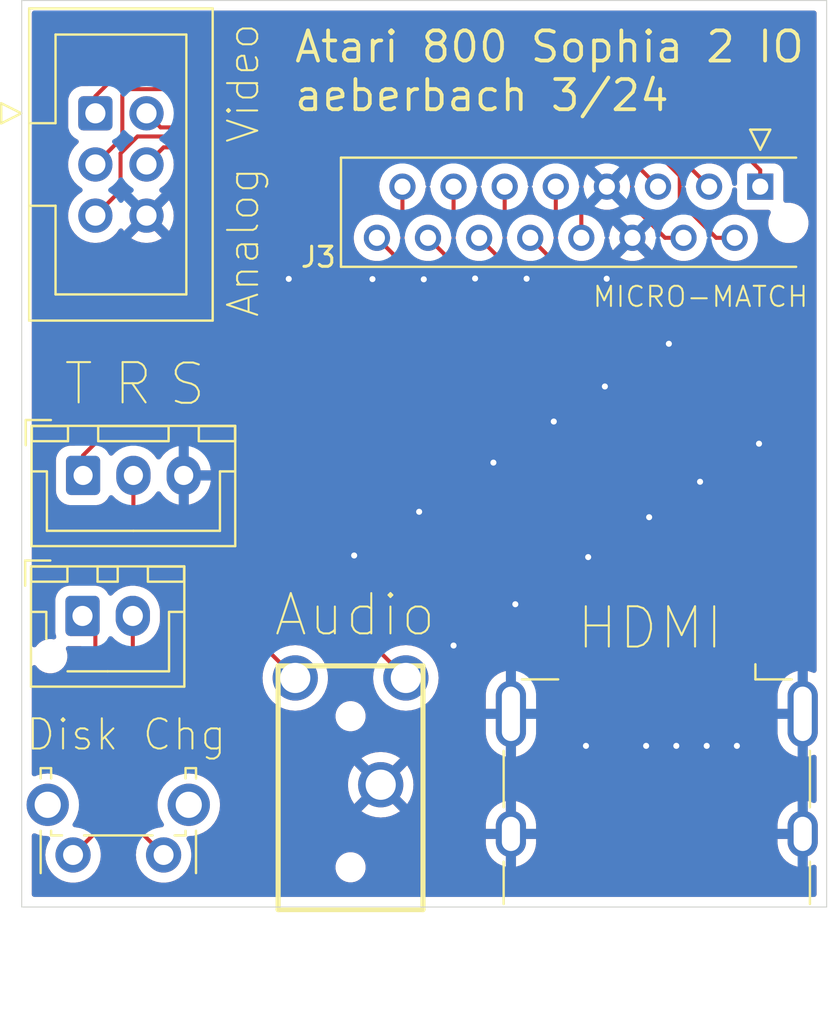
<source format=kicad_pcb>
(kicad_pcb (version 20240108) (generator "pcbnew") (generator_version "8.0")
  (layers (0 "F.Cu" signal) (31 "B.Cu" signal) (34 "B.Paste" user) (35 "F.Paste" user) (36 "B.SilkS" user "B.Silkscreen") (37 "F.SilkS" user "F.Silkscreen") (38 "B.Mask" user) (39 "F.Mask" user) (44 "Edge.Cuts" user))
  (net 0 "")
  (net 1 "Net-(J1-Pin_2)")
  (net 2 "Net-(J1-Pin_1)")
  (net 3 "/L_CHAN")
  (net 4 "/R_CHAN")
  (net 5 "GND")
  (net 6 "/A_RED")
  (net 7 "/HSYNC")
  (net 8 "/CLK-")
  (net 9 "/A_GRN")
  (net 10 "/CLK+")
  (net 11 "/D2-")
  (net 12 "/D1+")
  (net 13 "/D2+")
  (net 14 "/D0+")
  (net 15 "/5V")
  (net 16 "/A_BLU")
  (net 17 "/D0-")
  (net 18 "/D1-")
  (net 19 "/A_VSYNC")
  (footprint "Button_Switch_THT:SW_Tactile_SPST_Angled_PTS645Vx83-2LFS" (layer "F.Cu") (at 134.050619 97.416126 180)
    (property "Reference" "SW1" (hide yes))
    (property "Value" "SW_SPST" (hide yes))
    (fp_line (start 6.11 3.8) (end 6.11 4.31) (stroke (width 0.12)) (layer "F.SilkS"))
    (fp_line (start 6.11 -0.9) (end 6.11 1.2) (stroke (width 0.12)) (layer "F.SilkS"))
    (fp_line (start 5.59 4.31) (end 6.11 4.31) (stroke (width 0.12)) (layer "F.SilkS"))
    (fp_line (start 5.59 3.8) (end 5.59 4.31) (stroke (width 0.12)) (layer "F.SilkS"))
    (fp_line (start 5.59 0.97) (end 5.59 1.2) (stroke (width 0.12)) (layer "F.SilkS"))
    (fp_line (start 5.05 0.97) (end 5.59 0.97) (stroke (width 0.12)) (layer "F.SilkS"))
    (fp_line (start 0.55 0.97) (end 3.95 0.97) (stroke (width 0.12)) (layer "F.SilkS"))
    (fp_line (start -1.09 3.8) (end -1.09 4.31) (stroke (width 0.12)) (layer "F.SilkS"))
    (fp_line (start -1.09 0.97) (end -0.55 0.97) (stroke (width 0.12)) (layer "F.SilkS"))
    (fp_line (start -1.09 0.97) (end -1.09 1.2) (stroke (width 0.12)) (layer "F.SilkS"))
    (fp_line (start -1.61 4.31) (end -1.09 4.31) (stroke (width 0.12)) (layer "F.SilkS"))
    (fp_line (start -1.61 3.8) (end -1.61 4.31) (stroke (width 0.12)) (layer "F.SilkS"))
    (fp_line (start -1.61 -0.9) (end -1.61 1.2) (stroke (width 0.12)) (layer "F.SilkS"))
    (pad "" thru_hole circle (at -1.25 2.49 180) (size 2.1 2.1) (drill 1.3) (layers "*.Cu" "*.Mask"))
    (pad "" thru_hole circle (at 5.76 2.49 180) (size 2.1 2.1) (drill 1.3) (layers "*.Cu" "*.Mask"))
    (pad "1" thru_hole circle (at 0 0 180) (size 1.75 1.75) (drill 0.99) (layers "*.Cu" "*.Mask") (net 1 "Net-(J1-Pin_2)"))
    (pad "2" thru_hole circle (at 4.5 0 180) (size 1.75 1.75) (drill 0.99) (layers "*.Cu" "*.Mask") (net 2 "Net-(J1-Pin_1)"))
  )
  (footprint "Connector_HDMI:HDMI_A_Molex_208658-1001_Horizontal" (layer "F.Cu") (at 158.56 92.935 -90)
    (property "Reference" "J5" (hide yes))
    (property "Value" "HDMI_A" (hide yes))
    (fp_line (start -0.685 7.61) (end 2.115 7.61) (stroke (width 0.12)) (layer "F.SilkS"))
    (fp_line (start 4.815 7.61) (end 6.915 7.61) (stroke (width 0.12)) (layer "F.SilkS"))
    (fp_line (start -4.235 6.7) (end -4.235 4.9) (stroke (width 0.12)) (layer "F.SilkS"))
    (fp_line (start -4.985 -4.9) (end -4.235 -4.9) (stroke (width 0.12)) (layer "F.SilkS"))
    (fp_line (start -4.235 -4.9) (end -4.235 -6.7) (stroke (width 0.12)) (layer "F.SilkS"))
    (fp_line (start -0.685 -7.61) (end 2.115 -7.61) (stroke (width 0.12)) (layer "F.SilkS"))
    (fp_line (start 4.815 -7.61) (end 6.915 -7.61) (stroke (width 0.12)) (layer "F.SilkS"))
    (pad "1" smd rect (at -3.285 -4.5 270) (size 2.6 0.3) (layers "F.Cu" "F.Paste" "F.Mask") (net 13 "/D2+"))
    (pad "2" smd rect (at -3.285 -4 270) (size 2.6 0.3) (layers "F.Cu" "F.Paste" "F.Mask") (net 5 "GND"))
    (pad "3" smd rect (at -3.285 -3.5 270) (size 2.6 0.3) (layers "F.Cu" "F.Paste" "F.Mask") (net 11 "/D2-"))
    (pad "4" smd rect (at -3.285 -3 270) (size 2.6 0.3) (layers "F.Cu" "F.Paste" "F.Mask") (net 12 "/D1+"))
    (pad "5" smd rect (at -3.285 -2.5 270) (size 2.6 0.3) (layers "F.Cu" "F.Paste" "F.Mask") (net 5 "GND"))
    (pad "6" smd rect (at -3.285 -2 270) (size 2.6 0.3) (layers "F.Cu" "F.Paste" "F.Mask") (net 18 "/D1-"))
    (pad "7" smd rect (at -3.285 -1.5 270) (size 2.6 0.3) (layers "F.Cu" "F.Paste" "F.Mask") (net 14 "/D0+"))
    (pad "8" smd rect (at -3.285 -1 270) (size 2.6 0.3) (layers "F.Cu" "F.Paste" "F.Mask") (net 5 "GND"))
    (pad "9" smd rect (at -3.285 -0.5 270) (size 2.6 0.3) (layers "F.Cu" "F.Paste" "F.Mask") (net 17 "/D0-"))
    (pad "10" smd rect (at -3.285 0 270) (size 2.6 0.3) (layers "F.Cu" "F.Paste" "F.Mask") (net 10 "/CLK+"))
    (pad "11" smd rect (at -3.285 0.5 270) (size 2.6 0.3) (layers "F.Cu" "F.Paste" "F.Mask") (net 5 "GND"))
    (pad "12" smd rect (at -3.285 1 270) (size 2.6 0.3) (layers "F.Cu" "F.Paste" "F.Mask") (net 8 "/CLK-"))
    (pad "13" smd rect (at -3.285 1.5 270) (size 2.6 0.3) (layers "F.Cu" "F.Paste" "F.Mask"))
    (pad "14" smd rect (at -3.285 2 270) (size 2.6 0.3) (layers "F.Cu" "F.Paste" "F.Mask") (net 5 "GND"))
    (pad "15" smd rect (at -3.285 2.5 270) (size 2.6 0.3) (layers "F.Cu" "F.Paste" "F.Mask"))
    (pad "16" smd rect (at -3.285 3 270) (size 2.6 0.3) (layers "F.Cu" "F.Paste" "F.Mask") (net 5 "GND"))
    (pad "17" smd rect (at -3.285 3.5 270) (size 2.6 0.3) (layers "F.Cu" "F.Paste" "F.Mask") (net 5 "GND"))
    (pad "18" smd rect (at -3.285 4 270) (size 2.6 0.3) (layers "F.Cu" "F.Paste" "F.Mask") (net 15 "/5V"))
    (pad "19" smd rect (at -3.285 4.5 270) (size 2.6 0.3) (layers "F.Cu" "F.Paste" "F.Mask") (net 5 "GND"))
    (pad "SH" thru_hole oval (at -2.525 -7.25 270) (size 3.3 1.5) (drill oval 2.7 0.9) (layers "*.Cu" "*.Mask") (net 5 "GND"))
    (pad "SH" thru_hole oval (at -2.525 7.25 270) (size 3.3 1.5) (drill oval 2.7 0.9) (layers "*.Cu" "*.Mask") (net 5 "GND"))
    (pad "SH" thru_hole oval (at 3.435 -7.25 270) (size 2.3 1.5) (drill oval 1.7 0.9) (layers "*.Cu" "*.Mask") (net 5 "GND"))
    (pad "SH" thru_hole oval (at 3.435 7.25 270) (size 2.3 1.5) (drill oval 1.7 0.9) (layers "*.Cu" "*.Mask") (net 5 "GND"))
  )
  (footprint "Connector_JST:JST_XH_B3B-XH-A_1x03_P2.50mm_Vertical" (layer "F.Cu") (at 130.05 78.575)
    (property "Reference" "J2" (hide yes))
    (property "Value" "Conn_01x03_Pin" (hide yes))
    (fp_line (start -2.85 -2.75) (end -2.85 -1.5) (stroke (width 0.12)) (layer "F.SilkS"))
    (fp_line (start -2.56 -2.46) (end -2.56 3.51) (stroke (width 0.12)) (layer "F.SilkS"))
    (fp_line (start -2.56 3.51) (end 7.56 3.51) (stroke (width 0.12)) (layer "F.SilkS"))
    (fp_line (start -2.55 -2.45) (end -2.55 -1.7) (stroke (width 0.12)) (layer "F.SilkS"))
    (fp_line (start -2.55 -1.7) (end -0.75 -1.7) (stroke (width 0.12)) (layer "F.SilkS"))
    (fp_line (start -2.55 -0.2) (end -1.8 -0.2) (stroke (width 0.12)) (layer "F.SilkS"))
    (fp_line (start -1.8 -0.2) (end -1.8 2.75) (stroke (width 0.12)) (layer "F.SilkS"))
    (fp_line (start -1.8 2.75) (end 2.5 2.75) (stroke (width 0.12)) (layer "F.SilkS"))
    (fp_line (start -1.6 -2.75) (end -2.85 -2.75) (stroke (width 0.12)) (layer "F.SilkS"))
    (fp_line (start -0.75 -2.45) (end -2.55 -2.45) (stroke (width 0.12)) (layer "F.SilkS"))
    (fp_line (start -0.75 -1.7) (end -0.75 -2.45) (stroke (width 0.12)) (layer "F.SilkS"))
    (fp_line (start 0.75 -2.45) (end 0.75 -1.7) (stroke (width 0.12)) (layer "F.SilkS"))
    (fp_line (start 0.75 -1.7) (end 4.25 -1.7) (stroke (width 0.12)) (layer "F.SilkS"))
    (fp_line (start 4.25 -2.45) (end 0.75 -2.45) (stroke (width 0.12)) (layer "F.SilkS"))
    (fp_line (start 4.25 -1.7) (end 4.25 -2.45) (stroke (width 0.12)) (layer "F.SilkS"))
    (fp_line (start 5.75 -2.45) (end 5.75 -1.7) (stroke (width 0.12)) (layer "F.SilkS"))
    (fp_line (start 5.75 -1.7) (end 7.55 -1.7) (stroke (width 0.12)) (layer "F.SilkS"))
    (fp_line (start 6.8 -0.2) (end 6.8 2.75) (stroke (width 0.12)) (layer "F.SilkS"))
    (fp_line (start 6.8 2.75) (end 2.5 2.75) (stroke (width 0.12)) (layer "F.SilkS"))
    (fp_line (start 7.55 -2.45) (end 5.75 -2.45) (stroke (width 0.12)) (layer "F.SilkS"))
    (fp_line (start 7.55 -1.7) (end 7.55 -2.45) (stroke (width 0.12)) (layer "F.SilkS"))
    (fp_line (start 7.55 -0.2) (end 6.8 -0.2) (stroke (width 0.12)) (layer "F.SilkS"))
    (fp_line (start 7.56 -2.46) (end -2.56 -2.46) (stroke (width 0.12)) (layer "F.SilkS"))
    (fp_line (start 7.56 3.51) (end 7.56 -2.46) (stroke (width 0.12)) (layer "F.SilkS"))
    (pad "1" thru_hole roundrect (at 0 0) (size 1.7 1.95) (drill 0.95) (layers "*.Cu" "*.Mask") (roundrect_rratio 0.1470588235) (net 3 "/L_CHAN"))
    (pad "2" thru_hole oval (at 2.5 0) (size 1.7 1.95) (drill 0.95) (layers "*.Cu" "*.Mask") (net 4 "/R_CHAN"))
    (pad "3" thru_hole oval (at 5 0) (size 1.7 1.95) (drill 0.95) (layers "*.Cu" "*.Mask") (net 5 "GND"))
  )
  (footprint "Connector_TE-Connectivity:TE_Micro-MaTch_1-215079-6_2x08_P1.27mm_Vertical" (layer "F.Cu") (at 163.7 64.24 -90)
    (property "Reference" "J3" (at 3.5 21.96 180) (layer "F.SilkS"))
    (property "Value" "Conn_01x16_Pin" (hide yes))
    (fp_line (start -1.44 20.835) (end 3.98 20.835) (stroke (width 0.12)) (layer "F.SilkS"))
    (fp_line (start 3.98 20.835) (end 3.98 -1.785) (stroke (width 0.12)) (layer "F.SilkS"))
    (fp_line (start -2.83 0.5) (end -2.83 -0.5) (stroke (width 0.12)) (layer "F.SilkS"))
    (fp_line (start -1.83 0) (end -2.83 0.5) (stroke (width 0.12)) (layer "F.SilkS"))
    (fp_line (start -2.83 -0.5) (end -1.83 0) (stroke (width 0.12)) (layer "F.SilkS"))
    (fp_line (start -1.44 -1.785) (end -1.44 20.835) (stroke (width 0.12)) (layer "F.SilkS"))
    (pad "" np_thru_hole circle (at 1.8 -1.4 270) (size 1.5 1.5) (drill 1.5) (layers "*.Cu" "*.Mask"))
    (pad "1" thru_hole rect (at 0 0 270) (size 1.3 1.3) (drill 0.8) (layers "*.Cu" "*.Mask") (net 16 "/A_BLU"))
    (pad "2" thru_hole circle (at 2.54 1.27 270) (size 1.3 1.3) (drill 0.8) (layers "*.Cu" "*.Mask") (net 19 "/A_VSYNC"))
    (pad "3" thru_hole circle (at 0 2.54 270) (size 1.3 1.3) (drill 0.8) (layers "*.Cu" "*.Mask") (net 9 "/A_GRN"))
    (pad "4" thru_hole circle (at 2.54 3.81 270) (size 1.3 1.3) (drill 0.8) (layers "*.Cu" "*.Mask") (net 7 "/HSYNC"))
    (pad "5" thru_hole circle (at 0 5.08 270) (size 1.3 1.3) (drill 0.8) (layers "*.Cu" "*.Mask") (net 6 "/A_RED"))
    (pad "6" thru_hole circle (at 2.54 6.35 270) (size 1.3 1.3) (drill 0.8) (layers "*.Cu" "*.Mask") (net 5 "GND"))
    (pad "7" thru_hole circle (at 0 7.62 270) (size 1.3 1.3) (drill 0.8) (layers "*.Cu" "*.Mask") (net 5 "GND"))
    (pad "8" thru_hole circle (at 2.54 8.89 270) (size 1.3 1.3) (drill 0.8) (layers "*.Cu" "*.Mask") (net 15 "/5V"))
    (pad "9" thru_hole circle (at 0 10.16 270) (size 1.3 1.3) (drill 0.8) (layers "*.Cu" "*.Mask") (net 13 "/D2+"))
    (pad "10" thru_hole circle (at 2.54 11.43 270) (size 1.3 1.3) (drill 0.8) (layers "*.Cu" "*.Mask") (net 11 "/D2-"))
    (pad "11" thru_hole circle (at 0 12.7 270) (size 1.3 1.3) (drill 0.8) (layers "*.Cu" "*.Mask") (net 12 "/D1+"))
    (pad "12" thru_hole circle (at 2.54 13.97 270) (size 1.3 1.3) (drill 0.8) (layers "*.Cu" "*.Mask") (net 18 "/D1-"))
    (pad "13" thru_hole circle (at 0 15.24 270) (size 1.3 1.3) (drill 0.8) (layers "*.Cu" "*.Mask") (net 14 "/D0+"))
    (pad "14" thru_hole circle (at 2.54 16.51 270) (size 1.3 1.3) (drill 0.8) (layers "*.Cu" "*.Mask") (net 17 "/D0-"))
    (pad "15" thru_hole circle (at 0 17.78 270) (size 1.3 1.3) (drill 0.8) (layers "*.Cu" "*.Mask") (net 10 "/CLK+"))
    (pad "16" thru_hole circle (at 2.54 19.05 270) (size 1.3 1.3) (drill 0.8) (layers "*.Cu" "*.Mask") (net 8 "/CLK-"))
  )
  (footprint "Connector_IDC:IDC-Header_2x03_P2.54mm_Vertical" (layer "F.Cu") (at 130.66 60.6)
    (property "Reference" "J6" (hide yes))
    (property "Value" "Conn_02x03_Top_Bottom" (hide yes))
    (fp_line (start -4.68 -0.5) (end -4.68 0.5) (stroke (width 0.12)) (layer "F.SilkS"))
    (fp_line (start -4.68 0.5) (end -3.68 0) (stroke (width 0.12)) (layer "F.SilkS"))
    (fp_line (start -3.68 0) (end -4.68 -0.5) (stroke (width 0.12)) (layer "F.SilkS"))
    (fp_line (start -3.29 -5.21) (end 5.83 -5.21) (stroke (width 0.12)) (layer "F.SilkS"))
    (fp_line (start -3.29 0.49) (end -1.98 0.49) (stroke (width 0.12)) (layer "F.SilkS"))
    (fp_line (start -3.29 10.29) (end -3.29 -5.21) (stroke (width 0.12)) (layer "F.SilkS"))
    (fp_line (start -1.98 -3.91) (end 4.52 -3.91) (stroke (width 0.12)) (layer "F.SilkS"))
    (fp_line (start -1.98 0.49) (end -1.98 -3.91) (stroke (width 0.12)) (layer "F.SilkS"))
    (fp_line (start -1.98 4.59) (end -3.29 4.59) (stroke (width 0.12)) (layer "F.SilkS"))
    (fp_line (start -1.98 4.59) (end -1.98 4.59) (stroke (width 0.12)) (layer "F.SilkS"))
    (fp_line (start -1.98 8.99) (end -1.98 4.59) (stroke (width 0.12)) (layer "F.SilkS"))
    (fp_line (start 4.52 -3.91) (end 4.52 8.99) (stroke (width 0.12)) (layer "F.SilkS"))
    (fp_line (start 4.52 8.99) (end -1.98 8.99) (stroke (width 0.12)) (layer "F.SilkS"))
    (fp_line (start 5.83 -5.21) (end 5.83 10.29) (stroke (width 0.12)) (layer "F.SilkS"))
    (fp_line (start 5.83 10.29) (end -3.29 10.29) (stroke (width 0.12)) (layer "F.SilkS"))
    (pad "1" thru_hole roundrect (at 0 0) (size 1.7 1.7) (drill 1) (layers "*.Cu" "*.Mask") (roundrect_rratio 0.1470588235) (net 16 "/A_BLU"))
    (pad "2" thru_hole circle (at 2.54 0) (size 1.7 1.7) (drill 1) (layers "*.Cu" "*.Mask") (net 19 "/A_VSYNC"))
    (pad "3" thru_hole circle (at 0 2.54) (size 1.7 1.7) (drill 1) (layers "*.Cu" "*.Mask") (net 9 "/A_GRN"))
    (pad "4" thru_hole circle (at 2.54 2.54) (size 1.7 1.7) (drill 1) (layers "*.Cu" "*.Mask") (net 7 "/HSYNC"))
    (pad "5" thru_hole circle (at 0 5.08) (size 1.7 1.7) (drill 1) (layers "*.Cu" "*.Mask") (net 6 "/A_RED"))
    (pad "6" thru_hole circle (at 2.54 5.08) (size 1.7 1.7) (drill 1) (layers "*.Cu" "*.Mask") (net 5 "GND"))
  )
  (footprint "Connector_JST:JST_XH_B2B-XH-AM_1x02_P2.50mm_Vertical" (layer "F.Cu") (at 130.02 85.55)
    (property "Reference" "J1" (hide yes))
    (property "Value" "Conn_01x02_Pin" (hide yes))
    (fp_line (start -2.85 -2.75) (end -2.85 -1.5) (stroke (width 0.12)) (layer "F.SilkS"))
    (fp_line (start -2.56 -2.46) (end -2.56 3.51) (stroke (width 0.12)) (layer "F.SilkS"))
    (fp_line (start -2.56 3.51) (end 5.06 3.51) (stroke (width 0.12)) (layer "F.SilkS"))
    (fp_line (start -2.55 -2.45) (end -2.55 -1.7) (stroke (width 0.12)) (layer "F.SilkS"))
    (fp_line (start -2.55 -1.7) (end -0.75 -1.7) (stroke (width 0.12)) (layer "F.SilkS"))
    (fp_line (start -2.55 -0.2) (end -1.8 -0.2) (stroke (width 0.12)) (layer "F.SilkS"))
    (fp_line (start -1.8 -0.2) (end -1.8 1.14) (stroke (width 0.12)) (layer "F.SilkS"))
    (fp_line (start -1.6 -2.75) (end -2.85 -2.75) (stroke (width 0.12)) (layer "F.SilkS"))
    (fp_line (start -0.75 -2.45) (end -2.55 -2.45) (stroke (width 0.12)) (layer "F.SilkS"))
    (fp_line (start -0.75 -1.7) (end -0.75 -2.45) (stroke (width 0.12)) (layer "F.SilkS"))
    (fp_line (start 0.75 -2.45) (end 0.75 -1.7) (stroke (width 0.12)) (layer "F.SilkS"))
    (fp_line (start 0.75 -1.7) (end 1.75 -1.7) (stroke (width 0.12)) (layer "F.SilkS"))
    (fp_line (start 1.25 2.75) (end -0.74 2.75) (stroke (width 0.12)) (layer "F.SilkS"))
    (fp_line (start 1.75 -2.45) (end 0.75 -2.45) (stroke (width 0.12)) (layer "F.SilkS"))
    (fp_line (start 1.75 -1.7) (end 1.75 -2.45) (stroke (width 0.12)) (layer "F.SilkS"))
    (fp_line (start 3.25 -2.45) (end 3.25 -1.7) (stroke (width 0.12)) (layer "F.SilkS"))
    (fp_line (start 3.25 -1.7) (end 5.05 -1.7) (stroke (width 0.12)) (layer "F.SilkS"))
    (fp_line (start 4.3 -0.2) (end 4.3 2.75) (stroke (width 0.12)) (layer "F.SilkS"))
    (fp_line (start 4.3 2.75) (end 1.25 2.75) (stroke (width 0.12)) (layer "F.SilkS"))
    (fp_line (start 5.05 -2.45) (end 3.25 -2.45) (stroke (width 0.12)) (layer "F.SilkS"))
    (fp_line (start 5.05 -1.7) (end 5.05 -2.45) (stroke (width 0.12)) (layer "F.SilkS"))
    (fp_line (start 5.05 -0.2) (end 4.3 -0.2) (stroke (width 0.12)) (layer "F.SilkS"))
    (fp_line (start 5.06 -2.46) (end -2.56 -2.46) (stroke (width 0.12)) (layer "F.SilkS"))
    (fp_line (start 5.06 3.51) (end 5.06 -2.46) (stroke (width 0.12)) (layer "F.SilkS"))
    (pad "" np_thru_hole circle (at -1.6 2) (size 1.2 1.2) (drill 1.2) (layers "*.Cu" "*.Mask"))
    (pad "1" thru_hole roundrect (at 0 0) (size 1.7 2) (drill 1) (layers "*.Cu" "*.Mask") (roundrect_rratio 0.1470588235) (net 2 "Net-(J1-Pin_1)"))
    (pad "2" thru_hole oval (at 2.5 0) (size 1.7 2) (drill 1) (layers "*.Cu" "*.Mask") (net 1 "Net-(J1-Pin_2)"))
  )
  (footprint "xess:xess-KYCON-STX-3000" (layer "F.Cu") (at 143.3414 102.02752 90)
    (property "Reference" "J4" (hide yes))
    (property "Value" "AudioJack3" (hide yes))
    (fp_line (start 13.99794 -3.59918) (end 1.89992 -3.59918) (stroke (width 0.254)) (layer "F.SilkS"))
    (fp_line (start 1.89992 -3.59918) (end 1.89992 3.59918) (stroke (width 0.254)) (layer "F.SilkS"))
    (fp_line (start 1.89992 2.99974) (end 1.89992 -2.99974) (stroke (width 0.127)) (layer "F.SilkS"))
    (fp_line (start 13.99794 3.59918) (end 13.99794 -3.59918) (stroke (width 0.254)) (layer "F.SilkS"))
    (fp_line (start 1.89992 3.59918) (end 13.99794 3.59918) (stroke (width 0.254)) (layer "F.SilkS"))
    (pad "" np_thru_hole circle (at 4 0 90) (size 1 1) (drill 1) (layers "F&B.Cu" "*.Mask"))
    (pad "" np_thru_hole circle (at 11.5 0 90) (size 1 1) (drill 1) (layers "F&B.Cu" "*.Mask"))
    (pad "R" thru_hole circle (at 13.3985 -2.74828 90) (size 2.2479 2.2479) (drill 1.4986) (layers "*.Cu" "*.Mask") (net 4 "/R_CHAN"))
    (pad "S" thru_hole circle (at 8.09752 1.4986 90) (size 2.2479 2.2479) (drill 1.4986) (layers "*.Cu" "*.Mask") (net 5 "GND"))
    (pad "T" thru_hole circle (at 13.3985 2.74828 90) (size 2.2479 2.2479) (drill 1.4986) (layers "*.Cu" "*.Mask") (net 3 "/L_CHAN"))
  )
  (gr_line (start 167 55) (end 127 55) (stroke (width 0.05)) (layer "Edge.Cuts"))
  (gr_line (start 127 100) (end 167 100) (stroke (width 0.05)) (layer "Edge.Cuts"))
  (gr_line (start 127 55) (end 127 100) (stroke (width 0.05)) (layer "Edge.Cuts"))
  (gr_line (start 167 100) (end 167 55) (stroke (width 0.05)) (layer "Edge.Cuts"))
  (gr_text "Disk Chg" (at 127.13 92.32 0) (layer "F.SilkS") (effects (font (size 1.5 1.5) (thickness 0.1)) (justify left bottom)))
  (gr_text "S" (at 134.21 75.22 0) (layer "F.SilkS") (effects (font (size 2 2) (thickness 0.1)) (justify left bottom)))
  (gr_text "Audio" (at 139.447881 86.666879 0) (layer "F.SilkS") (effects (font (size 2 2) (thickness 0.1)) (justify left bottom)))
  (gr_text "Analog Video" (at 138.89 70.81 90) (layer "F.SilkS") (effects (font (size 1.5 1.5) (thickness 0.1)) (justify left bottom)))
  (gr_text "R" (at 131.47 75.2 0) (layer "F.SilkS") (effects (font (size 2 2) (thickness 0.1)) (justify left bottom)))
  (gr_text "HDMI" (at 154.49 87.32 0) (layer "F.SilkS") (effects (font (size 2 2) (thickness 0.1)) (justify left bottom)))
  (gr_text "Atari 800 Sophia 2 IO\naeberbach 3/24" (at 140.46 60.59 0) (layer "F.SilkS") (effects (font (size 1.5 1.5) (thickness 0.1875)) (justify left bottom)))
  (gr_text "MICRO-MATCH" (at 155.31 70.29 0) (layer "F.SilkS") (effects (font (size 1 1) (thickness 0.1)) (justify left bottom)))
  (gr_text "T" (at 129 75.2 0) (layer "F.SilkS") (effects (font (size 2 2) (thickness 0.1)) (justify left bottom)))
  (segment (start 134.050619 97.416126) (end 132.52 95.885507) (width 0.2) (layer "F.Cu") (net 1))
  (segment (start 132.52 95.885507) (end 132.52 85.55) (width 0.2) (layer "F.Cu") (net 1))
  (segment (start 130.66 86.19) (end 130.02 85.55) (width 0.2) (layer "F.Cu") (net 2))
  (segment (start 129.550619 97.416126) (end 130.66 96.306745) (width 0.2) (layer "F.Cu") (net 2))
  (segment (start 130.66 96.306745) (end 130.66 86.19) (width 0.2) (layer "F.Cu") (net 2))
  (segment (start 131.09 76.54) (end 135.88 76.54) (width 0.2) (layer "F.Cu") (net 3))
  (segment (start 137.97 78.63) (end 137.97 80.50934) (width 0.2) (layer "F.Cu") (net 3))
  (segment (start 137.97 80.50934) (end 146.08968 88.62902) (width 0.2) (layer "F.Cu") (net 3))
  (segment (start 130.05 78.575) (end 130.05 77.58) (width 0.2) (layer "F.Cu") (net 3))
  (segment (start 135.88 76.54) (end 137.97 78.63) (width 0.2) (layer "F.Cu") (net 3))
  (segment (start 130.05 77.58) (end 131.09 76.54) (width 0.2) (layer "F.Cu") (net 3))
  (segment (start 132.55 80.5859) (end 140.59312 88.62902) (width 0.2) (layer "F.Cu") (net 4))
  (segment (start 132.55 78.575) (end 132.55 80.5859) (width 0.2) (layer "F.Cu") (net 4))
  (segment (start 155.041727 88.692342) (end 155.041727 91.993861) (width 0.2) (layer "F.Cu") (net 5))
  (segment (start 159.541727 88.692342) (end 159.53 92) (width 0.2) (layer "F.Cu") (net 5))
  (segment (start 158.03 92) (end 158.03 92.005228) (width 0.2) (layer "F.Cu") (net 5))
  (segment (start 161.041727 88.692342) (end 161.04 92) (width 0.2) (layer "F.Cu") (net 5))
  (segment (start 162.54 92) (end 162.535407 92) (width 0.2) (layer "F.Cu") (net 5))
  (segment (start 155.047866 92) (end 155.044355 91.996489) (width 0.2) (layer "F.Cu") (net 5))
  (segment (start 158.041727 91.993501) (end 158.035228 92) (width 0.2) (layer "F.Cu") (net 5))
  (segment (start 159.53 92) (end 159.541727 91.993681) (width 0.2) (layer "F.Cu") (net 5))
  (segment (start 162.54 91.995407) (end 162.54 92) (width 0.2) (layer "F.Cu") (net 5))
  (segment (start 159.541727 91.993681) (end 159.544535 91.996489) (width 0.2) (layer "F.Cu") (net 5))
  (segment (start 155.041727 91.993861) (end 155.04 91.992134) (width 0.2) (layer "F.Cu") (net 5))
  (segment (start 161.04 92) (end 161.041726 92.005093) (width 0.2) (layer "F.Cu") (net 5))
  (segment (start 158.041727 88.692342) (end 158.041727 91.993501) (width 0.2) (layer "F.Cu") (net 5))
  (segment (start 162.541727 88.692342) (end 162.541727 91.99368) (width 0.2) (layer "F.Cu") (net 5))
  (segment (start 155.04 92) (end 155.047866 92) (width 0.2) (layer "F.Cu") (net 5))
  (segment (start 155.04 91.992134) (end 155.04 92) (width 0.2) (layer "F.Cu") (net 5))
  (segment (start 158.035228 92) (end 158.03 92) (width 0.2) (layer "F.Cu") (net 5))
  (segment (start 162.535407 92) (end 162.538918 91.996489) (width 0.2) (layer "F.Cu") (net 5))
  (segment (start 162.541727 91.99368) (end 162.54 91.995407) (width 0.2) (layer "F.Cu") (net 5))
  (segment (start 158.03 92.005228) (end 158.038739 91.996489) (width 0.2) (layer "F.Cu") (net 5))
  (via (at 161.04 92) (size 0.6) (drill 0.3) (layers "F.Cu" "B.Cu") (net 5))
  (via (at 152.09 68.81) (size 0.6) (drill 0.3) (layers "F.Cu" "B.Cu") (net 5))
  (via (at 146.98 68.84) (size 0.6) (drill 0.3) (layers "F.Cu" "B.Cu") (net 5))
  (via (at 140.27 68.82) (size 0.6) (drill 0.3) (layers "F.Cu" "B.Cu") (net 5))
  (via (at 159.16 72.04) (size 0.6) (drill 0.3) (layers "F.Cu" "B.Cu") (net 5))
  (via (at 150.44 77.94) (size 0.6) (drill 0.3) (layers "F.Cu" "B.Cu") (net 5))
  (via (at 146.75 80.38) (size 0.6) (drill 0.3) (layers "F.Cu" "B.Cu") (net 5))
  (via (at 151.53 84.97) (size 0.6) (drill 0.3) (layers "F.Cu" "B.Cu") (net 5))
  (via (at 155.98 74.16) (size 0.6) (drill 0.3) (layers "F.Cu" "B.Cu") (net 5))
  (via (at 155.04 92) (size 0.6) (drill 0.3) (layers "F.Cu" "B.Cu") (net 5))
  (via (at 162.54 92) (size 0.6) (drill 0.3) (layers "F.Cu" "B.Cu") (net 5))
  (via (at 143.52 82.55) (size 0.6) (drill 0.3) (layers "F.Cu" "B.Cu") (net 5))
  (via (at 158.03 92) (size 0.6) (drill 0.3) (layers "F.Cu" "B.Cu") (net 5))
  (via (at 159.53 92) (size 0.6) (drill 0.3) (layers "F.Cu" "B.Cu") (net 5))
  (via (at 160.71 78.89) (size 0.6) (drill 0.3) (layers "F.Cu" "B.Cu") (net 5))
  (via (at 153.44 75.9) (size 0.6) (drill 0.3) (layers "F.Cu" "B.Cu") (net 5))
  (via (at 148.46 87.02) (size 0.6) (drill 0.3) (layers "F.Cu" "B.Cu") (net 5))
  (via (at 149.53 68.8) (size 0.6) (drill 0.3) (layers "F.Cu" "B.Cu") (net 5))
  (via (at 155.15 82.63) (size 0.6) (drill 0.3) (layers "F.Cu" "B.Cu") (net 5))
  (via (at 163.64 77) (size 0.6) (drill 0.3) (layers "F.Cu" "B.Cu") (net 5))
  (via (at 156.07 68.81) (size 0.6) (drill 0.3) (layers "F.Cu" "B.Cu") (net 5))
  (via (at 144.43 68.83) (size 0.6) (drill 0.3) (layers "F.Cu" "B.Cu") (net 5))
  (via (at 158.18 80.65) (size 0.6) (drill 0.3) (layers "F.Cu" "B.Cu") (net 5))
  (segment (start 130.66 65.68) (end 131.91 64.43) (width 0.2) (layer "F.Cu") (net 6))
  (segment (start 132.75 61.75) (end 156.13 61.75) (width 0.2) (layer "F.Cu") (net 6))
  (segment (start 156.13 61.75) (end 158.62 64.24) (width 0.2) (layer "F.Cu") (net 6))
  (segment (start 131.91 62.59) (end 132.75 61.75) (width 0.2) (layer "F.Cu") (net 6))
  (segment (start 131.91 64.43) (end 131.91 62.59) (width 0.2) (layer "F.Cu") (net 6))
  (segment (start 159.89 66.78) (end 158.970762 66.78) (width 0.2) (layer "F.Cu") (net 7))
  (segment (start 133.2 63.14) (end 134.05 62.29) (width 0.2) (layer "F.Cu") (net 7))
  (segment (start 134.05 62.29) (end 155.97 62.29) (width 0.2) (layer "F.Cu") (net 7))
  (segment (start 155.97 62.29) (end 157.33 63.65) (width 0.2) (layer "F.Cu") (net 7))
  (segment (start 158.970762 66.78) (end 157.33 65.139238) (width 0.2) (layer "F.Cu") (net 7))
  (segment (start 157.33 65.139238) (end 157.33 63.65) (width 0.2) (layer "F.Cu") (net 7))
  (segment (start 145.469999 67.599999) (end 144.65 66.78) (width 0.2) (layer "F.Cu") (net 8))
  (segment (start 157.541727 88.692342) (end 157.541727 87.417413) (width 0.2) (layer "F.Cu") (net 8))
  (segment (start 145.469999 75.345685) (end 145.469999 67.599999) (width 0.2) (layer "F.Cu") (net 8))
  (segment (start 157.541727 87.417413) (end 145.469999 75.345685) (width 0.2) (layer "F.Cu") (net 8))
  (segment (start 134.1 59.4) (end 132.3 59.4) (width 0.2) (layer "F.Cu") (net 9))
  (segment (start 157.82 60.9) (end 135.6 60.9) (width 0.2) (layer "F.Cu") (net 9))
  (segment (start 135.6 60.9) (end 134.1 59.4) (width 0.2) (layer "F.Cu") (net 9))
  (segment (start 132 61.8) (end 130.66 63.14) (width 0.2) (layer "F.Cu") (net 9))
  (segment (start 132.3 59.4) (end 132 59.7) (width 0.2) (layer "F.Cu") (net 9))
  (segment (start 132 59.7) (end 132 61.8) (width 0.2) (layer "F.Cu") (net 9))
  (segment (start 161.16 64.24) (end 157.82 60.9) (width 0.2) (layer "F.Cu") (net 9))
  (segment (start 158.541727 87.851727) (end 145.92 75.23) (width 0.2) (layer "F.Cu") (net 10))
  (segment (start 158.541727 87.851727) (end 158.541727 88.692342) (width 0.2) (layer "F.Cu") (net 10))
  (segment (start 145.92 75.23) (end 145.92 64.24) (width 0.2) (layer "F.Cu") (net 10))
  (segment (start 162.041727 88.108273) (end 162.041727 88.692342) (width 0.2) (layer "F.Cu") (net 11))
  (segment (start 153.089999 69.399999) (end 162.316727 78.626727) (width 0.2) (layer "F.Cu") (net 11))
  (segment (start 162.316727 87.833273) (end 162.041727 88.108273) (width 0.2) (layer "F.Cu") (net 11))
  (segment (start 162.316727 78.626727) (end 162.316727 87.833273) (width 0.2) (layer "F.Cu") (net 11))
  (segment (start 152.27 66.78) (end 153.089999 67.599999) (width 0.2) (layer "F.Cu") (net 11))
  (segment (start 153.089999 67.599999) (end 153.089999 69.399999) (width 0.2) (layer "F.Cu") (net 11))
  (segment (start 161.541727 88.121727) (end 161.541727 88.692342) (width 0.2) (layer "F.Cu") (net 12))
  (segment (start 151 71.01) (end 161.266727 81.276727) (width 0.2) (layer "F.Cu") (net 12))
  (segment (start 151 64.24) (end 151 71.01) (width 0.2) (layer "F.Cu") (net 12))
  (segment (start 161.266727 81.276727) (end 161.266727 87.846727) (width 0.2) (layer "F.Cu") (net 12))
  (segment (start 161.266727 87.846727) (end 161.541727 88.121727) (width 0.2) (layer "F.Cu") (net 12))
  (segment (start 162.766727 78.486727) (end 153.54 69.26) (width 0.2) (layer "F.Cu") (net 13))
  (segment (start 163.041727 88.121727) (end 162.766727 87.846727) (width 0.2) (layer "F.Cu") (net 13))
  (segment (start 153.54 69.26) (end 153.54 64.24) (width 0.2) (layer "F.Cu") (net 13))
  (segment (start 163.041727 88.692342) (end 163.041727 88.121727) (width 0.2) (layer "F.Cu") (net 13))
  (segment (start 162.766727 87.846727) (end 162.766727 78.486727) (width 0.2) (layer "F.Cu") (net 13))
  (segment (start 159.716727 87.846727) (end 160.041727 88.171727) (width 0.2) (layer "F.Cu") (net 14))
  (segment (start 160.041727 88.171727) (end 160.041727 88.692342) (width 0.2) (layer "F.Cu") (net 14))
  (segment (start 148.46 64.24) (end 148.46 72.85) (width 0.2) (layer "F.Cu") (net 14))
  (segment (start 148.46 72.85) (end 159.716727 84.106727) (width 0.2) (layer "F.Cu") (net 14))
  (segment (start 159.716727 84.106727) (end 159.716727 87.846727) (width 0.2) (layer "F.Cu") (net 14))
  (segment (start 154.81 66.78) (end 154.81 63.62) (width 0.2) (layer "F.Cu") (net 15))
  (segment (start 154.23 91.72) (end 154.56 91.39) (width 0.2) (layer "F.Cu") (net 15))
  (segment (start 143.9 62.93) (end 141.97 64.86) (width 0.2) (layer "F.Cu") (net 15))
  (segment (start 153.05 88.96) (end 153.05 91.31) (width 0.2) (layer "F.Cu") (net 15))
  (segment (start 141.97 77.88) (end 153.05 88.96) (width 0.2) (layer "F.Cu") (net 15))
  (segment (start 154.81 63.62) (end 154.12 62.93) (width 0.2) (layer "F.Cu") (net 15))
  (segment (start 154.56 91.39) (end 154.56 89.65) (width 0.2) (layer "F.Cu") (net 15))
  (segment (start 141.97 64.86) (end 141.97 77.88) (width 0.2) (layer "F.Cu") (net 15))
  (segment (start 154.12 62.93) (end 143.9 62.93) (width 0.2) (layer "F.Cu") (net 15))
  (segment (start 153.05 91.31) (end 153.46 91.72) (width 0.2) (layer "F.Cu") (net 15))
  (segment (start 153.46 91.72) (end 154.23 91.72) (width 0.2) (layer "F.Cu") (net 15))
  (segment (start 130.66 59.75) (end 131.41 59) (width 0.2) (layer "F.Cu") (net 16))
  (segment (start 134.265685 59) (end 135.765686 60.5) (width 0.2) (layer "F.Cu") (net 16))
  (segment (start 131.41 59) (end 134.265685 59) (width 0.2) (layer "F.Cu") (net 16))
  (segment (start 130.66 60.6) (end 130.66 59.75) (width 0.2) (layer "F.Cu") (net 16))
  (segment (start 135.765686 60.5) (end 160.78 60.5) (width 0.2) (layer "F.Cu") (net 16))
  (segment (start 163.7 63.42) (end 163.7 64.24) (width 0.2) (layer "F.Cu") (net 16))
  (segment (start 160.78 60.5) (end 163.7 63.42) (width 0.2) (layer "F.Cu") (net 16))
  (segment (start 148.009999 72.989999) (end 159.316727 84.296727) (width 0.2) (layer "F.Cu") (net 17))
  (segment (start 147.19 66.78) (end 148.009999 67.599999) (width 0.2) (layer "F.Cu") (net 17))
  (segment (start 148.009999 67.599999) (end 148.009999 72.989999) (width 0.2) (layer "F.Cu") (net 17))
  (segment (start 159.316727 84.296727) (end 159.316727 87.833273) (width 0.2) (layer "F.Cu") (net 17))
  (segment (start 159.041727 88.108273) (end 159.041727 88.692342) (width 0.2) (layer "F.Cu") (net 17))
  (segment (start 159.316727 87.833273) (end 159.041727 88.108273) (width 0.2) (layer "F.Cu") (net 17))
  (segment (start 150.549999 71.149999) (end 160.816727 81.416727) (width 0.2) (layer "F.Cu") (net 18))
  (segment (start 160.816727 81.416727) (end 160.816727 87.843273) (width 0.2) (layer "F.Cu") (net 18))
  (segment (start 160.816727 87.843273) (end 160.541727 88.118273) (width 0.2) (layer "F.Cu") (net 18))
  (segment (start 160.541727 88.118273) (end 160.541727 88.692342) (width 0.2) (layer "F.Cu") (net 18))
  (segment (start 149.73 66.78) (end 150.549999 67.599999) (width 0.2) (layer "F.Cu") (net 18))
  (segment (start 150.549999 67.599999) (end 150.549999 71.149999) (width 0.2) (layer "F.Cu") (net 18))
  (segment (start 133.9 61.3) (end 133.2 60.6) (width 0.2) (layer "F.Cu") (net 19))
  (segment (start 161.510762 66.78) (end 159.7 64.969238) (width 0.2) (layer "F.Cu") (net 19))
  (segment (start 159.7 63.7) (end 157.3 61.3) (width 0.2) (layer "F.Cu") (net 19))
  (segment (start 157.3 61.3) (end 133.9 61.3) (width 0.2) (layer "F.Cu") (net 19))
  (segment (start 162.43 66.78) (end 161.510762 66.78) (width 0.2) (layer "F.Cu") (net 19))
  (segment (start 159.7 64.969238) (end 159.7 63.7) (width 0.2) (layer "F.Cu") (net 19))
  (zone (net 5) (net_name "GND") (layer "F.Cu") (connect_pads (clearance 0.5)) (min_thickness 0.25) (fill yes (thermal_gap 0.5) (thermal_bridge_width 0.5) (smoothing fillet) (radius 1) (island_removal_mode 1) (island_area_min 10))
    (polygon (pts (xy 127.16 55.16) (xy 166.8 55.16) (xy 166.84 99.83) (xy 127.18 99.82)))
  )
  (zone (net 5) (net_name "GND") (layer "B.Cu") (priority 1) (connect_pads (clearance 0.5)) (min_thickness 0.25) (fill yes (thermal_gap 0.5) (thermal_bridge_width 0.5) (smoothing fillet) (radius 1) (island_removal_mode 1) (island_area_min 10))
    (polygon (pts (xy 127.16 55.16) (xy 166.8 55.16) (xy 166.84 99.83) (xy 127.18 99.82)))
  )
)
</source>
